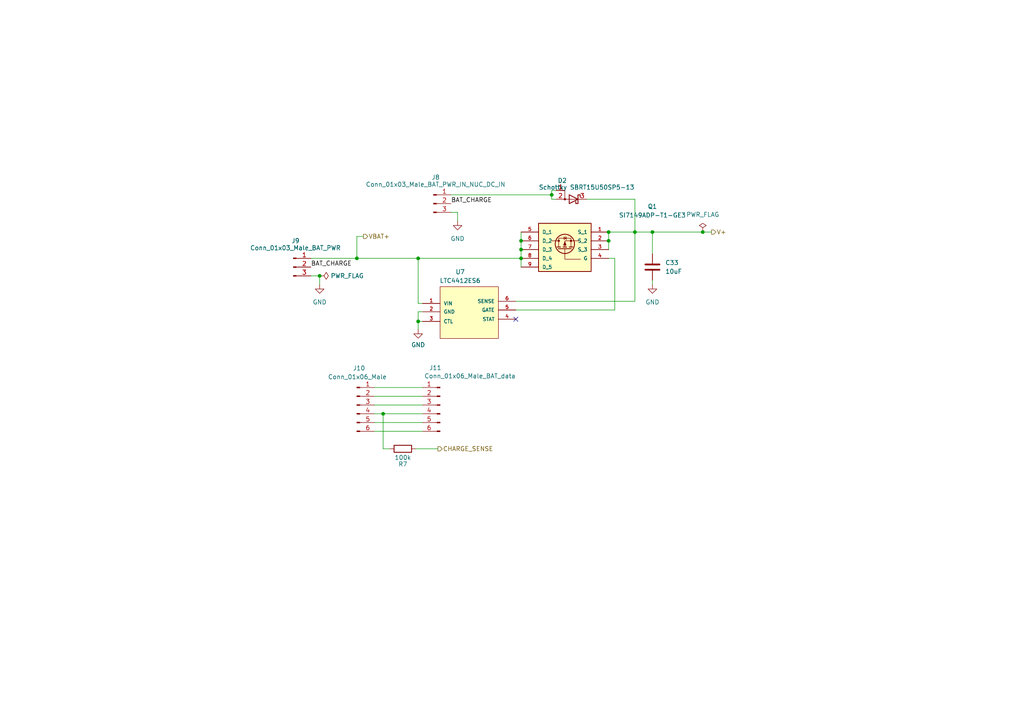
<source format=kicad_sch>
(kicad_sch (version 20211123) (generator eeschema)
  (paper "A4")
  (title_block (title "Power Path Control") (date "2023-03-10") (rev "1") (company "University of Tartu"))
  (lib_symbols
    (symbol "Connector:Conn_01x03_Male" (pin_names (offset 1.016) hide)
      (property "Reference" "J" (at 0 5.08 0))
      (property "Value" "Conn_01x03_Male" (at 0 -5.08 0))
      (symbol "Conn_01x03_Male_1_1"
        (polyline (pts (xy 1.27 -2.54) (xy 0.8636 -2.54)) (stroke (width 0.1524)))
        (polyline (pts (xy 1.27 0) (xy 0.8636 0)) (stroke (width 0.1524)))
        (polyline (pts (xy 1.27 2.54) (xy 0.8636 2.54)) (stroke (width 0.1524)))
        (rectangle (start 0.8636 -2.413) (end 0 -2.667) (stroke (width 0.1524)) (fill (type outline)))
        (rectangle (start 0.8636 0.127) (end 0 -0.127) (stroke (width 0.1524)) (fill (type outline)))
        (rectangle (start 0.8636 2.667) (end 0 2.413) (stroke (width 0.1524)) (fill (type outline)))
        (pin passive line (at 5.08 2.54 180) (length 3.81) (name "Pin_1") (number "1"))
        (pin passive line (at 5.08 0 180) (length 3.81) (name "Pin_2") (number "2"))
        (pin passive line (at 5.08 -2.54 180) (length 3.81) (name "Pin_3") (number "3"))
      )
    )
    (symbol "Connector:Conn_01x06_Male" (pin_names (offset 1.016) hide)
      (property "Reference" "J" (at 0 7.62 0))
      (property "Value" "Conn_01x06_Male" (at 0 -10.16 0))
      (symbol "Conn_01x06_Male_1_1"
        (polyline (pts (xy 1.27 -7.62) (xy 0.8636 -7.62)) (stroke (width 0.1524)))
        (polyline (pts (xy 1.27 -5.08) (xy 0.8636 -5.08)) (stroke (width 0.1524)))
        (polyline (pts (xy 1.27 -2.54) (xy 0.8636 -2.54)) (stroke (width 0.1524)))
        (polyline (pts (xy 1.27 0) (xy 0.8636 0)) (stroke (width 0.1524)))
        (polyline (pts (xy 1.27 2.54) (xy 0.8636 2.54)) (stroke (width 0.1524)))
        (polyline (pts (xy 1.27 5.08) (xy 0.8636 5.08)) (stroke (width 0.1524)))
        (rectangle (start 0.8636 -7.493) (end 0 -7.747) (stroke (width 0.1524)) (fill (type outline)))
        (rectangle (start 0.8636 -4.953) (end 0 -5.207) (stroke (width 0.1524)) (fill (type outline)))
        (rectangle (start 0.8636 -2.413) (end 0 -2.667) (stroke (width 0.1524)) (fill (type outline)))
        (rectangle (start 0.8636 0.127) (end 0 -0.127) (stroke (width 0.1524)) (fill (type outline)))
        (rectangle (start 0.8636 2.667) (end 0 2.413) (stroke (width 0.1524)) (fill (type outline)))
        (rectangle (start 0.8636 5.207) (end 0 4.953) (stroke (width 0.1524)) (fill (type outline)))
        (pin passive line (at 5.08 5.08 180) (length 3.81) (name "Pin_1") (number "1"))
        (pin passive line (at 5.08 2.54 180) (length 3.81) (name "Pin_2") (number "2"))
        (pin passive line (at 5.08 0 180) (length 3.81) (name "Pin_3") (number "3"))
        (pin passive line (at 5.08 -2.54 180) (length 3.81) (name "Pin_4") (number "4"))
        (pin passive line (at 5.08 -5.08 180) (length 3.81) (name "Pin_5") (number "5"))
        (pin passive line (at 5.08 -7.62 180) (length 3.81) (name "Pin_6") (number "6"))
      )
    )
    (symbol "Device:C" (pin_numbers hide) (pin_names (offset 0.254))
      (property "Reference" "C" (at 0.635 2.54 0))
      (property "Value" "C" (at 0.635 -2.54 0))
      (symbol "C_0_1"
        (polyline (pts (xy -2.032 -0.762) (xy 2.032 -0.762)) (stroke (width 0.508)))
        (polyline (pts (xy -2.032 0.762) (xy 2.032 0.762)) (stroke (width 0.508)))
      )
      (symbol "C_1_1"
        (pin passive line (at 0 3.81 270) (length 2.794) (name "~") (number "1"))
        (pin passive line (at 0 -3.81 90) (length 2.794) (name "~") (number "2"))
      )
    )
    (symbol "Device:D_Schottky_AAK" (pin_names (offset 0) hide)
      (property "Reference" "D" (at 0 2.54 0))
      (property "Value" "D_Schottky_AAK" (at 0 -2.54 0))
      (symbol "D_Schottky_AAK_0_1"
        (polyline (pts (xy 1.27 1.27) (xy 1.27 -1.27) (xy -1.27 0) (xy 1.27 1.27)) (stroke (width 0.254)))
        (polyline (pts (xy 3.81 2.54) (xy 2.54 2.54) (xy 2.54 0) (xy -1.27 0)))
        (polyline (pts (xy -1.905 0.635) (xy -1.905 1.27) (xy -1.27 1.27) (xy -1.27 -1.27) (xy -0.635 -1.27) (xy -0.635 -0.635)) (stroke (width 0.254)))
        (circle (center 2.54 0) (radius 0.254) (fill (type outline)))
      )
      (symbol "D_Schottky_AAK_1_1"
        (pin passive line (at 5.08 2.54 180) (length 2.54) (name "A") (number "1"))
        (pin passive line (at 5.08 0 180) (length 2.54) (name "A") (number "2"))
        (pin passive line (at -3.81 0 0) (length 2.54) (name "K") (number "3"))
      )
    )
    (symbol "Device:R" (pin_numbers hide) (pin_names (offset 0))
      (property "Reference" "R" (at 2.032 0 90))
      (property "Value" "R" (at 0 0 90))
      (symbol "R_0_1"
        (rectangle (start -1.016 -2.54) (end 1.016 2.54) (stroke (width 0.254)))
      )
      (symbol "R_1_1"
        (pin passive line (at 0 3.81 270) (length 1.27) (name "~") (number "1"))
        (pin passive line (at 0 -3.81 90) (length 1.27) (name "~") (number "2"))
      )
    )
    (symbol "LTC4412ES6:LTC4412ES6" (pin_names (offset 1.016))
      (property "Reference" "U?" (at 5.842 4.318 0))
      (property "Value" "LTC4412ES6" (at 5.842 1.778 0))
      (symbol "LTC4412ES6_0_0"
        (rectangle (start 0 0) (end 16.891 -14.986) (stroke (width 0.1524)) (fill (type background)))
        (pin input line (at -5.08 -4.826 0) (length 5.08) (name "VIN") (number "1"))
        (pin power_in line (at -5.08 -7.239 0) (length 5.08) (name "GND") (number "2"))
        (pin input line (at -5.08 -10.033 0) (length 5.08) (name "CTL") (number "3"))
        (pin output line (at 21.971 -9.398 180) (length 5.08) (name "STAT") (number "4"))
        (pin passive line (at 21.971 -6.731 180) (length 5.08) (name "GATE") (number "5"))
        (pin input line (at 21.971 -4.191 180) (length 5.08) (name "SENSE") (number "6"))
      )
    )
    (symbol "SI7149ADP-T1-GE3:SI7149ADP-T1-GE3" (pin_names (offset 1.016))
      (property "Reference" "Q1" (at -12.7 7.4168 0))
      (property "Value" "SI7149ADP-T1-GE3" (at -12.7 4.8768 0))
      (symbol "SI7149ADP-T1-GE3_0_0"
        (rectangle (start 5.08 2.54) (end 20.32 -11.43) (stroke (width 0.254)) (fill (type background)))
        (pin bidirectional line (at 0 0 0) (length 5.08) (name "S_1") (number "1"))
        (pin bidirectional line (at 0 -2.54 0) (length 5.08) (name "S_2") (number "2"))
        (pin bidirectional line (at 0 -5.08 0) (length 5.08) (name "S_3") (number "3"))
        (pin bidirectional line (at 0 -7.62 0) (length 5.08) (name "G") (number "4"))
        (pin bidirectional line (at 25.4 0 180) (length 5.08) (name "D_1") (number "5"))
        (pin bidirectional line (at 25.4 -2.54 180) (length 5.08) (name "D_2") (number "6"))
        (pin bidirectional line (at 25.4 -5.08 180) (length 5.08) (name "D_3") (number "7"))
        (pin bidirectional line (at 25.4 -7.62 180) (length 5.08) (name "D_4") (number "8"))
        (pin bidirectional line (at 25.4 -10.16 180) (length 5.08) (name "D_5") (number "9"))
      )
      (symbol "SI7149ADP-T1-GE3_0_1"
        (polyline (pts (xy 10.16 -2.54) (xy 8.636 -2.54)))
        (polyline (pts (xy 11.43 -4.318) (xy 10.414 -4.318)) (stroke (width 0.254)))
        (polyline (pts (xy 13.208 -4.318) (xy 12.192 -4.318)) (stroke (width 0.254)))
        (polyline (pts (xy 14.605 -4.826) (xy 10.795 -4.826)) (stroke (width 0.254)))
        (polyline (pts (xy 14.986 -4.318) (xy 13.97 -4.318)) (stroke (width 0.254)))
        (polyline (pts (xy 15.24 -2.54) (xy 14.478 -2.54)))
        (polyline (pts (xy 15.24 -2.54) (xy 16.51 -2.54)))
        (polyline (pts (xy 10.16 -2.54) (xy 12.7 -2.54) (xy 12.7 -4.318)))
        (polyline (pts (xy 12.7 -4.826) (xy 12.7 -7.874) (xy 8.128 -7.874)))
        (polyline (pts (xy 12.192 -2.286) (xy 12.319 -2.159) (xy 12.319 -1.397) (xy 12.446 -1.27)))
        (polyline (pts (xy 12.319 -1.778) (xy 12.954 -2.159) (xy 12.954 -1.397) (xy 12.319 -1.778)))
        (polyline (pts (xy 12.7 -2.794) (xy 13.081 -3.81) (xy 12.319 -3.81) (xy 12.7 -2.794)) (fill (type outline)))
        (polyline (pts (xy 14.478 -4.318) (xy 14.478 -1.778) (xy 10.922 -1.778) (xy 10.922 -4.318)))
        (circle (center 10.922 -2.54) (radius 0.254) (fill (type outline)))
        (circle (center 12.7 -3.429) (radius 2.794) (stroke (width 0.254)))
        (circle (center 14.478 -2.54) (radius 0.254) (fill (type outline)))
      )
    )
    (symbol "power:GND" (power) (pin_names (offset 0))
      (property "Value" "GND" (at 0 -3.81 0))
      (symbol "GND_0_1"
        (polyline (pts (xy 0 0) (xy 0 -1.27) (xy 1.27 -1.27) (xy 0 -2.54) (xy -1.27 -1.27) (xy 0 -1.27)))
      )
      (symbol "GND_1_1"
        (pin power_in line (at 0 0 270) (length 0) hide (name "GND") (number "1"))
      )
    )
    (symbol "power:PWR_FLAG" (power) (pin_numbers hide) (pin_names (offset 0) hide)
      (property "Value" "PWR_FLAG" (at 0 3.81 0))
      (symbol "PWR_FLAG_0_0"
        (pin power_out line (at 0 0 90) (length 0) (name "pwr") (number "1"))
      )
      (symbol "PWR_FLAG_0_1"
        (polyline (pts (xy 0 0) (xy 0 1.27) (xy -1.016 1.905) (xy 0 2.54) (xy 1.016 1.905) (xy 0 1.27)))
      )
    )
  )
  (junction (at 121.285 93.218))
  (junction (at 111.125 120.015))
  (junction (at 176.53 67.31))
  (junction (at 151.13 69.85))
  (junction (at 176.53 69.85))
  (junction (at 203.835 67.31))
  (junction (at 121.285 74.93))
  (junction (at 151.13 74.93))
  (junction (at 189.23 67.31))
  (junction (at 160.02 56.515))
  (junction (at 103.505 74.93))
  (junction (at 92.71 80.01))
  (junction (at 151.13 72.39))
  (junction (at 184.15 67.31))
  (no_connect (at 149.606 92.583))
  (wire (pts (xy 132.715 61.595) (xy 132.715 64.135)))
  (wire (pts (xy 176.53 67.31) (xy 184.15 67.31)))
  (wire (pts (xy 108.585 117.475) (xy 122.555 117.475)))
  (wire (pts (xy 108.585 114.935) (xy 122.555 114.935)))
  (wire (pts (xy 90.17 74.93) (xy 103.505 74.93)))
  (wire (pts (xy 121.285 90.424) (xy 121.285 93.218)))
  (wire (pts (xy 90.17 80.01) (xy 92.71 80.01)))
  (wire (pts (xy 189.23 81.28) (xy 189.23 82.55)))
  (wire (pts (xy 108.585 122.555) (xy 122.555 122.555)))
  (wire (pts (xy 176.53 74.93) (xy 178.308 74.93)))
  (wire (pts (xy 151.13 72.39) (xy 151.13 74.93)))
  (wire (pts (xy 121.285 93.218) (xy 121.285 95.5548)))
  (wire (pts (xy 130.81 56.515) (xy 160.02 56.515)))
  (wire (pts (xy 149.606 89.916) (xy 178.308 89.916)))
  (wire (pts (xy 121.285 93.218) (xy 122.555 93.218)))
  (wire (pts (xy 108.585 120.015) (xy 111.125 120.015)))
  (wire (pts (xy 160.02 57.785) (xy 161.29 57.785)))
  (wire (pts (xy 151.13 69.85) (xy 151.13 72.39)))
  (wire (pts (xy 161.29 55.245) (xy 160.02 55.245)))
  (wire (pts (xy 122.555 90.424) (xy 121.285 90.424)))
  (wire (pts (xy 184.15 87.376) (xy 184.15 67.31)))
  (wire (pts (xy 189.23 67.31) (xy 189.23 73.66)))
  (wire (pts (xy 151.13 74.93) (xy 151.13 77.47)))
  (wire (pts (xy 184.15 67.31) (xy 189.23 67.31)))
  (wire (pts (xy 111.125 130.175) (xy 113.03 130.175)))
  (wire (pts (xy 178.308 89.916) (xy 178.308 74.93)))
  (wire (pts (xy 176.53 67.31) (xy 176.53 69.85)))
  (wire (pts (xy 149.606 87.376) (xy 184.15 87.376)))
  (wire (pts (xy 176.53 69.85) (xy 176.53 72.39)))
  (wire (pts (xy 108.585 125.095) (xy 122.555 125.095)))
  (wire (pts (xy 151.13 67.31) (xy 151.13 69.85)))
  (wire (pts (xy 121.285 74.93) (xy 151.13 74.93)))
  (wire (pts (xy 160.02 56.515) (xy 160.02 57.785)))
  (wire (pts (xy 105.41 68.58) (xy 103.505 68.58)))
  (wire (pts (xy 160.02 55.245) (xy 160.02 56.515)))
  (wire (pts (xy 120.65 130.175) (xy 127 130.175)))
  (wire (pts (xy 103.505 68.58) (xy 103.505 74.93)))
  (wire (pts (xy 170.18 57.785) (xy 184.15 57.785)))
  (wire (pts (xy 184.15 57.785) (xy 184.15 67.31)))
  (wire (pts (xy 103.505 74.93) (xy 121.285 74.93)))
  (wire (pts (xy 111.125 120.015) (xy 111.125 130.175)))
  (wire (pts (xy 121.285 88.011) (xy 122.555 88.011)))
  (wire (pts (xy 121.285 74.93) (xy 121.285 88.011)))
  (wire (pts (xy 203.835 67.31) (xy 206.375 67.31)))
  (wire (pts (xy 108.585 112.395) (xy 122.555 112.395)))
  (wire (pts (xy 130.81 61.595) (xy 132.715 61.595)))
  (wire (pts (xy 189.23 67.31) (xy 203.835 67.31)))
  (wire (pts (xy 92.71 80.01) (xy 92.71 82.55)))
  (wire (pts (xy 111.125 120.015) (xy 122.555 120.015)))
  (label "BAT_CHARGE" (at 90.17 77.47 0))
  (label "BAT_CHARGE" (at 130.81 59.055 0))
  (hierarchical_label "CHARGE_SENSE" (shape output) (at 127 130.175 0))
  (hierarchical_label "V+" (shape output) (at 206.375 67.31 0))
  (hierarchical_label "VBAT+" (shape output) (at 105.41 68.58 0))
  (symbol (lib_id "Device:D_Schottky_AAK") (at 166.37 57.785 0) (mirror y) (unit 1)
    (property "Reference" "D2" (at 163.0934 52.3748 0))
    (property "Value" "Schottky SBRT15U50SP5-13" (at 170.1546 54.3306 0))
    (property "Footprint" "Diode_SMD:D_PowerDI-5" (effects hide))
    (property "Datasheet" "https://datasheet.lcsc.com/lcsc/1806121150_Diodes-Incorporated-SBRT15U50SP5-13_C211388.pdf" (effects hide))
    (property "LCSC Part" "C211388" (effects hide))
  )
  (symbol (lib_id "Connector:Conn_01x03_Male") (at 85.09 77.47 0) (unit 1)
    (property "Reference" "J9" (at 85.725 69.85 0))
    (property "Value" "Conn_01x03_Male_BAT_PWR" (at 85.6996 71.9074 0))
    (property "Footprint" "Connector_AMASS:AMASS_MR30PW-M_1x03_P3.50mm_Horizontal" (effects hide))
  )
  (symbol (lib_id "power:GND") (at 92.71 82.55 0) (unit 1)
    (property "Reference" "#PWR049" (effects hide))
    (property "Value" "GND" (at 92.71 87.63 0))
  )
  (symbol (lib_id "LTC4412ES6:LTC4412ES6") (at 127.635 83.185 0) (unit 1)
    (property "Reference" "U7" (at 133.477 78.867 0))
    (property "Value" "LTC4412ES6" (at 133.477 81.407 0))
    (property "Footprint" "Robotont:TSOT-23_S6" (effects hide))
    (property "Datasheet" "https://www.analog.com/media/en/technical-documentation/data-sheets/ltc4412.pdf" (effects hide))
    (property "VENDOR" "Linear Technology" (effects hide))
    (property "MANUFACTURER_PART_NUMBER" "ltc4412es6" (effects hide))
    (property "LCSC Part" "C514442" (effects hide))
  )
  (symbol (lib_id "Device:R") (at 116.84 130.175 270) (unit 1)
    (property "Reference" "R7" (at 116.84 134.62 90))
    (property "Value" "100k" (at 116.84 132.715 90))
    (property "Footprint" "Resistor_SMD:R_0603_1608Metric" (effects hide))
    (property "Datasheet" "https://datasheet.lcsc.com/lcsc/2206010045_UNI-ROYAL-Uniroyal-Elec-0603WAF1003T5E_C25803.pdf" (effects hide))
    (property "LCSC Part" "C25803" (effects hide))
  )
  (symbol (lib_id "Device:C") (at 189.23 77.47 0) (unit 1)
    (property "Reference" "C33" (at 192.9384 76.1999 0) (effects (justify left)))
    (property "Value" "10uF" (at 192.9384 78.7399 0) (effects (justify left)))
    (property "Footprint" "Capacitor_SMD:C_1206_3216Metric" (effects hide))
    (property "Datasheet" "https://datasheet.lcsc.com/lcsc/1810221112_Samsung-Electro-Mechanics-CL31A106KBHNNNE_C13585.pdf" (effects hide))
    (property "LCSC Part" "C13585" (effects hide))
  )
  (symbol (lib_id "power:GND") (at 132.715 64.135 0) (unit 1)
    (property "Reference" "#PWR048" (effects hide))
    (property "Value" "GND" (at 132.715 69.215 0))
  )
  (symbol (lib_id "Connector:Conn_01x03_Male") (at 125.73 59.055 0) (unit 1)
    (property "Reference" "J8" (at 126.365 51.435 0))
    (property "Value" "Conn_01x03_Male_BAT_PWR_IN_NUC_DC_IN" (at 126.3396 53.4924 0))
    (property "Footprint" "Connector_AMASS:AMASS_MR30PW-M_1x03_P3.50mm_Horizontal" (effects hide))
  )
  (symbol (lib_id "power:PWR_FLAG") (at 203.835 67.31 0) (unit 1)
    (property "Reference" "#FLG05" (effects hide))
    (property "Value" "PWR_FLAG" (at 203.835 62.23 0))
  )
  (symbol (lib_id "Connector:Conn_01x06_Male") (at 127.635 117.475 0) (mirror y) (unit 1)
    (property "Reference" "J11" (at 124.46 106.68 0) (effects (justify right)))
    (property "Value" "Conn_01x06_Male_BAT_data" (at 123.063 109.0676 0) (effects (justify right)))
    (property "Footprint" "Connector_JST:JST_PH_S6B-PH-K_1x06_P2.00mm_Horizontal" (effects hide))
  )
  (symbol (lib_id "SI7149ADP-T1-GE3:SI7149ADP-T1-GE3") (at 176.53 67.31 0) (mirror y) (unit 1)
    (property "Reference" "Q1" (at 189.23 59.8932 0))
    (property "Value" "SI7149ADP-T1-GE3" (at 189.23 62.4332 0))
    (property "Footprint" "Robotont:POWERPAKSO-8" (effects hide))
    (property "Datasheet" "https://datasheet.lcsc.com/lcsc/2011170204_Vishay-Intertech-SI7149ADP-T1-GE3_C554002.pdf" (effects hide))
    (property "LCSC Part" "C554002" (effects hide))
    (property "MOUSER_PART_NUMBER" "78-SI7149ADP-T1-GE3" (effects hide))
    (property "MANUFACTURER_NAME" "Vishay" (effects hide))
    (property "MANUFACTURER_PART_NUMBER" "SI7149ADP-T1-GE3" (effects hide))
    (property "HEIGHT" "mm" (effects hide))
    (property "MOUSER_PRICE-STOCK" "https://www.mouser.co.uk/ProductDetail/Vishay-Semiconductors/SI7149ADP-T1-GE3?qs=vgn07B5hXauIZBHl%2Fj5hoQ%3D%3D" (effects hide))
    (property "DESCRIPTION" "Vishay SI7149ADP-T1-GE3 P-channel MOSFET Transistor, 18.4 A, -30 V, 8-Pin PowerPAK SO" (effects hide))
  )
  (symbol (lib_id "power:GND") (at 189.23 82.55 0) (unit 1)
    (property "Reference" "#PWR050" (effects hide))
    (property "Value" "GND" (at 189.23 87.63 0))
  )
  (symbol (lib_id "Connector:Conn_01x06_Male") (at 103.505 117.475 0) (unit 1)
    (property "Reference" "J10" (at 104.14 106.7816 0))
    (property "Value" "Conn_01x06_Male " (at 104.14 109.3216 0))
    (property "Footprint" "Connector_JST:JST_PH_S6B-PH-K_1x06_P2.00mm_Horizontal" (effects hide))
  )
  (symbol (lib_id "power:GND") (at 121.285 95.5548 0) (unit 1)
    (property "Reference" "#PWR051" (effects hide))
    (property "Value" "GND" (at 121.285 100.0252 0))
  )
  (symbol (lib_id "power:PWR_FLAG") (at 92.71 80.01 270) (unit 1)
    (property "Reference" "#FLG06" (effects hide))
    (property "Value" "PWR_FLAG" (at 95.885 80.0099 90) (effects (justify left)))
  )
)
</source>
